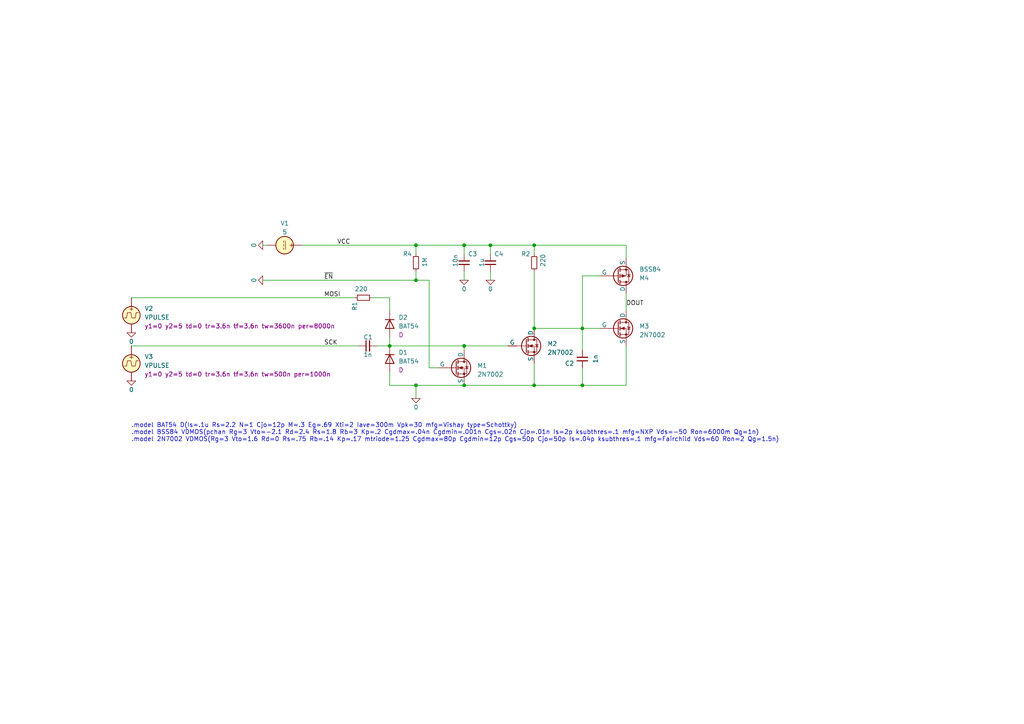
<source format=kicad_sch>
(kicad_sch (version 20230121) (generator eeschema)

  (uuid 377983d9-116d-4cab-9ad7-e1479f3ded0c)

  (paper "A4")

  (lib_symbols
    (symbol "Device:C_Small" (pin_numbers hide) (pin_names (offset 0.254) hide) (in_bom yes) (on_board yes)
      (property "Reference" "C" (at 0.254 1.778 0)
        (effects (font (size 1.27 1.27)) (justify left))
      )
      (property "Value" "C_Small" (at 0.254 -2.032 0)
        (effects (font (size 1.27 1.27)) (justify left))
      )
      (property "Footprint" "" (at 0 0 0)
        (effects (font (size 1.27 1.27)) hide)
      )
      (property "Datasheet" "~" (at 0 0 0)
        (effects (font (size 1.27 1.27)) hide)
      )
      (property "ki_keywords" "capacitor cap" (at 0 0 0)
        (effects (font (size 1.27 1.27)) hide)
      )
      (property "ki_description" "Unpolarized capacitor, small symbol" (at 0 0 0)
        (effects (font (size 1.27 1.27)) hide)
      )
      (property "ki_fp_filters" "C_*" (at 0 0 0)
        (effects (font (size 1.27 1.27)) hide)
      )
      (symbol "C_Small_0_1"
        (polyline
          (pts
            (xy -1.524 -0.508)
            (xy 1.524 -0.508)
          )
          (stroke (width 0.3302) (type default))
          (fill (type none))
        )
        (polyline
          (pts
            (xy -1.524 0.508)
            (xy 1.524 0.508)
          )
          (stroke (width 0.3048) (type default))
          (fill (type none))
        )
      )
      (symbol "C_Small_1_1"
        (pin passive line (at 0 2.54 270) (length 2.032)
          (name "~" (effects (font (size 1.27 1.27))))
          (number "1" (effects (font (size 1.27 1.27))))
        )
        (pin passive line (at 0 -2.54 90) (length 2.032)
          (name "~" (effects (font (size 1.27 1.27))))
          (number "2" (effects (font (size 1.27 1.27))))
        )
      )
    )
    (symbol "Device:R_Small" (pin_numbers hide) (pin_names (offset 0.254) hide) (in_bom yes) (on_board yes)
      (property "Reference" "R" (at 0.762 0.508 0)
        (effects (font (size 1.27 1.27)) (justify left))
      )
      (property "Value" "R_Small" (at 0.762 -1.016 0)
        (effects (font (size 1.27 1.27)) (justify left))
      )
      (property "Footprint" "" (at 0 0 0)
        (effects (font (size 1.27 1.27)) hide)
      )
      (property "Datasheet" "~" (at 0 0 0)
        (effects (font (size 1.27 1.27)) hide)
      )
      (property "ki_keywords" "R resistor" (at 0 0 0)
        (effects (font (size 1.27 1.27)) hide)
      )
      (property "ki_description" "Resistor, small symbol" (at 0 0 0)
        (effects (font (size 1.27 1.27)) hide)
      )
      (property "ki_fp_filters" "R_*" (at 0 0 0)
        (effects (font (size 1.27 1.27)) hide)
      )
      (symbol "R_Small_0_1"
        (rectangle (start -0.762 1.778) (end 0.762 -1.778)
          (stroke (width 0.2032) (type default))
          (fill (type none))
        )
      )
      (symbol "R_Small_1_1"
        (pin passive line (at 0 2.54 270) (length 0.762)
          (name "~" (effects (font (size 1.27 1.27))))
          (number "1" (effects (font (size 1.27 1.27))))
        )
        (pin passive line (at 0 -2.54 90) (length 0.762)
          (name "~" (effects (font (size 1.27 1.27))))
          (number "2" (effects (font (size 1.27 1.27))))
        )
      )
    )
    (symbol "Simulation_SPICE:0" (power) (pin_names (offset 0)) (in_bom yes) (on_board yes)
      (property "Reference" "#GND" (at 0 -2.54 0)
        (effects (font (size 1.27 1.27)) hide)
      )
      (property "Value" "0" (at 0 -1.778 0)
        (effects (font (size 1.27 1.27)))
      )
      (property "Footprint" "" (at 0 0 0)
        (effects (font (size 1.27 1.27)) hide)
      )
      (property "Datasheet" "~" (at 0 0 0)
        (effects (font (size 1.27 1.27)) hide)
      )
      (property "ki_keywords" "simulation" (at 0 0 0)
        (effects (font (size 1.27 1.27)) hide)
      )
      (property "ki_description" "0V reference potential for simulation" (at 0 0 0)
        (effects (font (size 1.27 1.27)) hide)
      )
      (symbol "0_0_1"
        (polyline
          (pts
            (xy -1.27 0)
            (xy 0 -1.27)
            (xy 1.27 0)
            (xy -1.27 0)
          )
          (stroke (width 0) (type default))
          (fill (type none))
        )
      )
      (symbol "0_1_1"
        (pin power_in line (at 0 0 0) (length 0) hide
          (name "0" (effects (font (size 1.016 1.016))))
          (number "1" (effects (font (size 1.016 1.016))))
        )
      )
    )
    (symbol "Simulation_SPICE:D" (pin_numbers hide) (pin_names (offset 1.016) hide) (in_bom yes) (on_board yes)
      (property "Reference" "D" (at 0 2.54 0)
        (effects (font (size 1.27 1.27)))
      )
      (property "Value" "D" (at 0 -2.54 0)
        (effects (font (size 1.27 1.27)))
      )
      (property "Footprint" "" (at 0 0 0)
        (effects (font (size 1.27 1.27)) hide)
      )
      (property "Datasheet" "~" (at 0 0 0)
        (effects (font (size 1.27 1.27)) hide)
      )
      (property "Sim.Device" "D" (at 0 0 0)
        (effects (font (size 1.27 1.27)))
      )
      (property "Sim.Pins" "1=K 2=A" (at 0 0 0)
        (effects (font (size 1.27 1.27)))
      )
      (property "ki_keywords" "simulation" (at 0 0 0)
        (effects (font (size 1.27 1.27)) hide)
      )
      (property "ki_description" "Diode for simulation or PCB" (at 0 0 0)
        (effects (font (size 1.27 1.27)) hide)
      )
      (property "ki_fp_filters" "TO-???* *_Diode_* *SingleDiode* D_*" (at 0 0 0)
        (effects (font (size 1.27 1.27)) hide)
      )
      (symbol "D_0_1"
        (polyline
          (pts
            (xy -1.27 1.27)
            (xy -1.27 -1.27)
          )
          (stroke (width 0.254) (type default))
          (fill (type none))
        )
        (polyline
          (pts
            (xy 1.27 0)
            (xy -1.27 0)
          )
          (stroke (width 0) (type default))
          (fill (type none))
        )
        (polyline
          (pts
            (xy 1.27 1.27)
            (xy 1.27 -1.27)
            (xy -1.27 0)
            (xy 1.27 1.27)
          )
          (stroke (width 0.254) (type default))
          (fill (type none))
        )
      )
      (symbol "D_1_1"
        (pin passive line (at -3.81 0 0) (length 2.54)
          (name "K" (effects (font (size 1.27 1.27))))
          (number "1" (effects (font (size 1.27 1.27))))
        )
        (pin passive line (at 3.81 0 180) (length 2.54)
          (name "A" (effects (font (size 1.27 1.27))))
          (number "2" (effects (font (size 1.27 1.27))))
        )
      )
    )
    (symbol "Simulation_SPICE:NMOS" (pin_numbers hide) (pin_names (offset 0)) (in_bom yes) (on_board yes)
      (property "Reference" "Q" (at 5.08 1.27 0)
        (effects (font (size 1.27 1.27)) (justify left))
      )
      (property "Value" "NMOS" (at 5.08 -1.27 0)
        (effects (font (size 1.27 1.27)) (justify left))
      )
      (property "Footprint" "" (at 5.08 2.54 0)
        (effects (font (size 1.27 1.27)) hide)
      )
      (property "Datasheet" "https://ngspice.sourceforge.io/docs/ngspice-manual.pdf" (at 0 -12.7 0)
        (effects (font (size 1.27 1.27)) hide)
      )
      (property "Sim.Device" "NMOS" (at 0 -17.145 0)
        (effects (font (size 1.27 1.27)) hide)
      )
      (property "Sim.Type" "VDMOS" (at 0 -19.05 0)
        (effects (font (size 1.27 1.27)) hide)
      )
      (property "Sim.Pins" "1=D 2=G 3=S" (at 0 -15.24 0)
        (effects (font (size 1.27 1.27)) hide)
      )
      (property "ki_keywords" "transistor NMOS N-MOS N-MOSFET simulation" (at 0 0 0)
        (effects (font (size 1.27 1.27)) hide)
      )
      (property "ki_description" "N-MOSFET transistor, drain/source/gate" (at 0 0 0)
        (effects (font (size 1.27 1.27)) hide)
      )
      (symbol "NMOS_0_1"
        (polyline
          (pts
            (xy 0.254 0)
            (xy -2.54 0)
          )
          (stroke (width 0) (type default))
          (fill (type none))
        )
        (polyline
          (pts
            (xy 0.254 1.905)
            (xy 0.254 -1.905)
          )
          (stroke (width 0.254) (type default))
          (fill (type none))
        )
        (polyline
          (pts
            (xy 0.762 -1.27)
            (xy 0.762 -2.286)
          )
          (stroke (width 0.254) (type default))
          (fill (type none))
        )
        (polyline
          (pts
            (xy 0.762 0.508)
            (xy 0.762 -0.508)
          )
          (stroke (width 0.254) (type default))
          (fill (type none))
        )
        (polyline
          (pts
            (xy 0.762 2.286)
            (xy 0.762 1.27)
          )
          (stroke (width 0.254) (type default))
          (fill (type none))
        )
        (polyline
          (pts
            (xy 2.54 2.54)
            (xy 2.54 1.778)
          )
          (stroke (width 0) (type default))
          (fill (type none))
        )
        (polyline
          (pts
            (xy 2.54 -2.54)
            (xy 2.54 0)
            (xy 0.762 0)
          )
          (stroke (width 0) (type default))
          (fill (type none))
        )
        (polyline
          (pts
            (xy 0.762 -1.778)
            (xy 3.302 -1.778)
            (xy 3.302 1.778)
            (xy 0.762 1.778)
          )
          (stroke (width 0) (type default))
          (fill (type none))
        )
        (polyline
          (pts
            (xy 1.016 0)
            (xy 2.032 0.381)
            (xy 2.032 -0.381)
            (xy 1.016 0)
          )
          (stroke (width 0) (type default))
          (fill (type outline))
        )
        (polyline
          (pts
            (xy 2.794 0.508)
            (xy 2.921 0.381)
            (xy 3.683 0.381)
            (xy 3.81 0.254)
          )
          (stroke (width 0) (type default))
          (fill (type none))
        )
        (polyline
          (pts
            (xy 3.302 0.381)
            (xy 2.921 -0.254)
            (xy 3.683 -0.254)
            (xy 3.302 0.381)
          )
          (stroke (width 0) (type default))
          (fill (type none))
        )
        (circle (center 1.651 0) (radius 2.794)
          (stroke (width 0.254) (type default))
          (fill (type none))
        )
        (circle (center 2.54 -1.778) (radius 0.254)
          (stroke (width 0) (type default))
          (fill (type outline))
        )
        (circle (center 2.54 1.778) (radius 0.254)
          (stroke (width 0) (type default))
          (fill (type outline))
        )
      )
      (symbol "NMOS_1_1"
        (pin passive line (at 2.54 5.08 270) (length 2.54)
          (name "D" (effects (font (size 1.27 1.27))))
          (number "1" (effects (font (size 1.27 1.27))))
        )
        (pin input line (at -5.08 0 0) (length 2.54)
          (name "G" (effects (font (size 1.27 1.27))))
          (number "2" (effects (font (size 1.27 1.27))))
        )
        (pin passive line (at 2.54 -5.08 90) (length 2.54)
          (name "S" (effects (font (size 1.27 1.27))))
          (number "3" (effects (font (size 1.27 1.27))))
        )
      )
    )
    (symbol "Simulation_SPICE:PMOS" (pin_numbers hide) (pin_names (offset 0)) (in_bom yes) (on_board yes)
      (property "Reference" "Q" (at 5.08 1.27 0)
        (effects (font (size 1.27 1.27)) (justify left))
      )
      (property "Value" "PMOS" (at 5.08 -1.27 0)
        (effects (font (size 1.27 1.27)) (justify left))
      )
      (property "Footprint" "" (at 5.08 2.54 0)
        (effects (font (size 1.27 1.27)) hide)
      )
      (property "Datasheet" "https://ngspice.sourceforge.io/docs/ngspice-manual.pdf" (at 0 -12.7 0)
        (effects (font (size 1.27 1.27)) hide)
      )
      (property "Sim.Device" "PMOS" (at 0 -17.145 0)
        (effects (font (size 1.27 1.27)) hide)
      )
      (property "Sim.Type" "VDMOS" (at 0 -19.05 0)
        (effects (font (size 1.27 1.27)) hide)
      )
      (property "Sim.Pins" "1=D 2=G 3=S" (at 0 -15.24 0)
        (effects (font (size 1.27 1.27)) hide)
      )
      (property "ki_keywords" "transistor PMOS P-MOS P-MOSFET simulation" (at 0 0 0)
        (effects (font (size 1.27 1.27)) hide)
      )
      (property "ki_description" "P-MOSFET transistor, drain/source/gate" (at 0 0 0)
        (effects (font (size 1.27 1.27)) hide)
      )
      (symbol "PMOS_0_1"
        (polyline
          (pts
            (xy 0.254 0)
            (xy -2.54 0)
          )
          (stroke (width 0) (type default))
          (fill (type none))
        )
        (polyline
          (pts
            (xy 0.254 1.905)
            (xy 0.254 -1.905)
          )
          (stroke (width 0.254) (type default))
          (fill (type none))
        )
        (polyline
          (pts
            (xy 0.762 -1.27)
            (xy 0.762 -2.286)
          )
          (stroke (width 0.254) (type default))
          (fill (type none))
        )
        (polyline
          (pts
            (xy 0.762 0.508)
            (xy 0.762 -0.508)
          )
          (stroke (width 0.254) (type default))
          (fill (type none))
        )
        (polyline
          (pts
            (xy 0.762 2.286)
            (xy 0.762 1.27)
          )
          (stroke (width 0.254) (type default))
          (fill (type none))
        )
        (polyline
          (pts
            (xy 2.54 2.54)
            (xy 2.54 1.778)
          )
          (stroke (width 0) (type default))
          (fill (type none))
        )
        (polyline
          (pts
            (xy 2.54 -2.54)
            (xy 2.54 0)
            (xy 0.762 0)
          )
          (stroke (width 0) (type default))
          (fill (type none))
        )
        (polyline
          (pts
            (xy 0.762 1.778)
            (xy 3.302 1.778)
            (xy 3.302 -1.778)
            (xy 0.762 -1.778)
          )
          (stroke (width 0) (type default))
          (fill (type none))
        )
        (polyline
          (pts
            (xy 2.286 0)
            (xy 1.27 0.381)
            (xy 1.27 -0.381)
            (xy 2.286 0)
          )
          (stroke (width 0) (type default))
          (fill (type outline))
        )
        (polyline
          (pts
            (xy 2.794 -0.508)
            (xy 2.921 -0.381)
            (xy 3.683 -0.381)
            (xy 3.81 -0.254)
          )
          (stroke (width 0) (type default))
          (fill (type none))
        )
        (polyline
          (pts
            (xy 3.302 -0.381)
            (xy 2.921 0.254)
            (xy 3.683 0.254)
            (xy 3.302 -0.381)
          )
          (stroke (width 0) (type default))
          (fill (type none))
        )
        (circle (center 1.651 0) (radius 2.794)
          (stroke (width 0.254) (type default))
          (fill (type none))
        )
        (circle (center 2.54 -1.778) (radius 0.254)
          (stroke (width 0) (type default))
          (fill (type outline))
        )
        (circle (center 2.54 1.778) (radius 0.254)
          (stroke (width 0) (type default))
          (fill (type outline))
        )
      )
      (symbol "PMOS_1_1"
        (pin passive line (at 2.54 5.08 270) (length 2.54)
          (name "D" (effects (font (size 1.27 1.27))))
          (number "1" (effects (font (size 1.27 1.27))))
        )
        (pin input line (at -5.08 0 0) (length 2.54)
          (name "G" (effects (font (size 1.27 1.27))))
          (number "2" (effects (font (size 1.27 1.27))))
        )
        (pin passive line (at 2.54 -5.08 90) (length 2.54)
          (name "S" (effects (font (size 1.27 1.27))))
          (number "3" (effects (font (size 1.27 1.27))))
        )
      )
    )
    (symbol "Simulation_SPICE:VDC" (pin_numbers hide) (pin_names (offset 0.0254)) (in_bom yes) (on_board yes)
      (property "Reference" "V" (at 2.54 2.54 0)
        (effects (font (size 1.27 1.27)) (justify left))
      )
      (property "Value" "1" (at 2.54 0 0)
        (effects (font (size 1.27 1.27)) (justify left))
      )
      (property "Footprint" "" (at 0 0 0)
        (effects (font (size 1.27 1.27)) hide)
      )
      (property "Datasheet" "~" (at 0 0 0)
        (effects (font (size 1.27 1.27)) hide)
      )
      (property "Sim.Pins" "1=+ 2=-" (at 0 0 0)
        (effects (font (size 1.27 1.27)) hide)
      )
      (property "Sim.Type" "DC" (at 0 0 0)
        (effects (font (size 1.27 1.27)) hide)
      )
      (property "Sim.Device" "V" (at 0 0 0)
        (effects (font (size 1.27 1.27)) (justify left) hide)
      )
      (property "ki_keywords" "simulation" (at 0 0 0)
        (effects (font (size 1.27 1.27)) hide)
      )
      (property "ki_description" "Voltage source, DC" (at 0 0 0)
        (effects (font (size 1.27 1.27)) hide)
      )
      (symbol "VDC_0_0"
        (polyline
          (pts
            (xy -1.27 0.254)
            (xy 1.27 0.254)
          )
          (stroke (width 0) (type default))
          (fill (type none))
        )
        (polyline
          (pts
            (xy -0.762 -0.254)
            (xy -1.27 -0.254)
          )
          (stroke (width 0) (type default))
          (fill (type none))
        )
        (polyline
          (pts
            (xy 0.254 -0.254)
            (xy -0.254 -0.254)
          )
          (stroke (width 0) (type default))
          (fill (type none))
        )
        (polyline
          (pts
            (xy 1.27 -0.254)
            (xy 0.762 -0.254)
          )
          (stroke (width 0) (type default))
          (fill (type none))
        )
        (text "+" (at 0 1.905 0)
          (effects (font (size 1.27 1.27)))
        )
      )
      (symbol "VDC_0_1"
        (circle (center 0 0) (radius 2.54)
          (stroke (width 0.254) (type default))
          (fill (type background))
        )
      )
      (symbol "VDC_1_1"
        (pin passive line (at 0 5.08 270) (length 2.54)
          (name "~" (effects (font (size 1.27 1.27))))
          (number "1" (effects (font (size 1.27 1.27))))
        )
        (pin passive line (at 0 -5.08 90) (length 2.54)
          (name "~" (effects (font (size 1.27 1.27))))
          (number "2" (effects (font (size 1.27 1.27))))
        )
      )
    )
    (symbol "Simulation_SPICE:VPULSE" (pin_numbers hide) (pin_names (offset 0.0254)) (in_bom yes) (on_board yes)
      (property "Reference" "V" (at 2.54 2.54 0)
        (effects (font (size 1.27 1.27)) (justify left))
      )
      (property "Value" "VPULSE" (at 2.54 0 0)
        (effects (font (size 1.27 1.27)) (justify left))
      )
      (property "Footprint" "" (at 0 0 0)
        (effects (font (size 1.27 1.27)) hide)
      )
      (property "Datasheet" "~" (at 0 0 0)
        (effects (font (size 1.27 1.27)) hide)
      )
      (property "Sim.Pins" "1=+ 2=-" (at 0 0 0)
        (effects (font (size 1.27 1.27)) hide)
      )
      (property "Sim.Type" "PULSE" (at 0 0 0)
        (effects (font (size 1.27 1.27)) hide)
      )
      (property "Sim.Device" "V" (at 0 0 0)
        (effects (font (size 1.27 1.27)) (justify left) hide)
      )
      (property "Sim.Params" "y1=0 y2=1 td=2n tr=2n tf=2n tw=50n per=100n" (at 2.54 -2.54 0)
        (effects (font (size 1.27 1.27)) (justify left))
      )
      (property "ki_keywords" "simulation" (at 0 0 0)
        (effects (font (size 1.27 1.27)) hide)
      )
      (property "ki_description" "Voltage source, pulse" (at 0 0 0)
        (effects (font (size 1.27 1.27)) hide)
      )
      (symbol "VPULSE_0_0"
        (polyline
          (pts
            (xy -2.032 -0.762)
            (xy -1.397 -0.762)
            (xy -1.143 0.762)
            (xy -0.127 0.762)
            (xy 0.127 -0.762)
            (xy 1.143 -0.762)
            (xy 1.397 0.762)
            (xy 2.032 0.762)
          )
          (stroke (width 0) (type default))
          (fill (type none))
        )
        (text "+" (at 0 1.905 0)
          (effects (font (size 1.27 1.27)))
        )
      )
      (symbol "VPULSE_0_1"
        (circle (center 0 0) (radius 2.54)
          (stroke (width 0.254) (type default))
          (fill (type background))
        )
      )
      (symbol "VPULSE_1_1"
        (pin passive line (at 0 5.08 270) (length 2.54)
          (name "~" (effects (font (size 1.27 1.27))))
          (number "1" (effects (font (size 1.27 1.27))))
        )
        (pin passive line (at 0 -5.08 90) (length 2.54)
          (name "~" (effects (font (size 1.27 1.27))))
          (number "2" (effects (font (size 1.27 1.27))))
        )
      )
    )
  )

  (junction (at 113.03 100.33) (diameter 0) (color 0 0 0 0)
    (uuid 299ff82a-fa25-4666-852e-041a60360b78)
  )
  (junction (at 154.94 111.76) (diameter 0) (color 0 0 0 0)
    (uuid 40631fc4-cec4-4a7a-94a2-946569e4db7f)
  )
  (junction (at 120.65 81.28) (diameter 0) (color 0 0 0 0)
    (uuid 42b0b7eb-4e4d-43fd-a548-07a0ad52d0b4)
  )
  (junction (at 134.62 111.76) (diameter 0) (color 0 0 0 0)
    (uuid 4a8c29ca-af9d-4b2e-8b86-073126799fc3)
  )
  (junction (at 134.62 100.33) (diameter 0) (color 0 0 0 0)
    (uuid 6b0b6831-41f9-4c48-b57c-102ecdfb183a)
  )
  (junction (at 120.65 111.76) (diameter 0) (color 0 0 0 0)
    (uuid 6b1cc7d7-c485-44cd-b1f2-b7f16549d304)
  )
  (junction (at 154.94 71.12) (diameter 0) (color 0 0 0 0)
    (uuid 7ee929d3-a87c-4f55-8ae2-e52decd522f3)
  )
  (junction (at 134.62 71.12) (diameter 0) (color 0 0 0 0)
    (uuid 82699bf2-7309-4a3c-9afa-b682351868a7)
  )
  (junction (at 168.91 111.76) (diameter 0) (color 0 0 0 0)
    (uuid 911521b9-ef72-43e2-a949-f12832a33164)
  )
  (junction (at 142.24 71.12) (diameter 0) (color 0 0 0 0)
    (uuid 9904834e-29a8-413b-b16a-3cedb9f70c21)
  )
  (junction (at 168.91 95.25) (diameter 0) (color 0 0 0 0)
    (uuid dadbc75f-6f08-42a7-84a6-8d66f8c689a9)
  )
  (junction (at 154.94 95.25) (diameter 0) (color 0 0 0 0)
    (uuid dca8c739-2a94-42da-9590-f5bf7f5d6d8e)
  )
  (junction (at 120.65 71.12) (diameter 0) (color 0 0 0 0)
    (uuid f5cc10b0-21c9-4911-a8e8-b82b6ec5741c)
  )

  (wire (pts (xy 168.91 101.6) (xy 168.91 95.25))
    (stroke (width 0) (type default))
    (uuid 133785f7-e389-4fee-ab5f-cab2079dca39)
  )
  (wire (pts (xy 168.91 95.25) (xy 154.94 95.25))
    (stroke (width 0) (type default))
    (uuid 16c9ac85-1a47-4589-93d8-7683fb12e723)
  )
  (wire (pts (xy 142.24 78.74) (xy 142.24 81.28))
    (stroke (width 0) (type default))
    (uuid 16db89fe-85b0-4b50-81ec-c41dbf2de0ae)
  )
  (wire (pts (xy 120.65 78.74) (xy 120.65 81.28))
    (stroke (width 0) (type default))
    (uuid 1e9107c9-621b-49e9-938b-90568a19a470)
  )
  (wire (pts (xy 142.24 73.66) (xy 142.24 71.12))
    (stroke (width 0) (type default))
    (uuid 29f06ac6-0416-4f71-995b-00fc63ad77aa)
  )
  (wire (pts (xy 113.03 97.79) (xy 113.03 100.33))
    (stroke (width 0) (type default))
    (uuid 2c252c42-175d-4fbc-b29a-89aee602532d)
  )
  (wire (pts (xy 127 106.68) (xy 124.46 106.68))
    (stroke (width 0) (type default))
    (uuid 40908777-9d20-494c-8361-ebb954d3cd54)
  )
  (wire (pts (xy 181.61 85.09) (xy 181.61 90.17))
    (stroke (width 0) (type default))
    (uuid 434d4560-4d64-43b8-a7f4-879e57aa3f85)
  )
  (wire (pts (xy 107.95 86.36) (xy 113.03 86.36))
    (stroke (width 0) (type default))
    (uuid 493f1e9b-d5c7-49d9-9453-4ef44eaf8553)
  )
  (wire (pts (xy 120.65 73.66) (xy 120.65 71.12))
    (stroke (width 0) (type default))
    (uuid 4dd285a1-deaf-4752-b718-02906496ebe9)
  )
  (wire (pts (xy 38.1 86.36) (xy 102.87 86.36))
    (stroke (width 0) (type default))
    (uuid 4eb18c17-fbe7-4266-b805-1917b420cd5c)
  )
  (wire (pts (xy 113.03 100.33) (xy 134.62 100.33))
    (stroke (width 0) (type default))
    (uuid 584a663b-fadf-4217-889c-e55d01e94d4c)
  )
  (wire (pts (xy 168.91 80.01) (xy 168.91 95.25))
    (stroke (width 0) (type default))
    (uuid 632704d5-bc53-40ec-89e2-2881029ae200)
  )
  (wire (pts (xy 124.46 81.28) (xy 120.65 81.28))
    (stroke (width 0) (type default))
    (uuid 669ca489-c462-4ade-8608-4e86b751269b)
  )
  (wire (pts (xy 76.2 81.28) (xy 120.65 81.28))
    (stroke (width 0) (type default))
    (uuid 674f23db-aac4-46c7-9bd2-740ebea8bc4f)
  )
  (wire (pts (xy 120.65 71.12) (xy 134.62 71.12))
    (stroke (width 0) (type default))
    (uuid 6a539567-1beb-44a4-ba1d-f38dd834f3f0)
  )
  (wire (pts (xy 154.94 78.74) (xy 154.94 95.25))
    (stroke (width 0) (type default))
    (uuid 78a78540-d2ba-4f6c-9652-f6499ef878ac)
  )
  (wire (pts (xy 124.46 81.28) (xy 124.46 106.68))
    (stroke (width 0) (type default))
    (uuid 7a46d00c-d5e5-4aa2-b1f2-c1b67cfb6b4c)
  )
  (wire (pts (xy 134.62 100.33) (xy 134.62 101.6))
    (stroke (width 0) (type default))
    (uuid 7e74d477-5932-49ca-b49c-160efb357552)
  )
  (wire (pts (xy 181.61 100.33) (xy 181.61 111.76))
    (stroke (width 0) (type default))
    (uuid 8068d49a-fb7c-4cc2-a3a0-20b91b8ff71d)
  )
  (wire (pts (xy 134.62 111.76) (xy 154.94 111.76))
    (stroke (width 0) (type default))
    (uuid 85a388d7-01a6-447f-944d-cb3207642f4a)
  )
  (wire (pts (xy 76.2 71.12) (xy 77.47 71.12))
    (stroke (width 0) (type default))
    (uuid 9031eb91-f831-4399-b404-f55ff73303a5)
  )
  (wire (pts (xy 168.91 106.68) (xy 168.91 111.76))
    (stroke (width 0) (type default))
    (uuid 94591b6c-c6ad-49be-a397-cc15363d2fa1)
  )
  (wire (pts (xy 113.03 86.36) (xy 113.03 90.17))
    (stroke (width 0) (type default))
    (uuid 97ec433e-f532-41b9-9843-8555c5e6ff99)
  )
  (wire (pts (xy 173.99 80.01) (xy 168.91 80.01))
    (stroke (width 0) (type default))
    (uuid 9e82a384-68ac-4687-8de4-4df144c5a059)
  )
  (wire (pts (xy 109.22 100.33) (xy 113.03 100.33))
    (stroke (width 0) (type default))
    (uuid a3d9be62-d9a1-4100-8b70-ba1d3f9b2ca3)
  )
  (wire (pts (xy 173.99 95.25) (xy 168.91 95.25))
    (stroke (width 0) (type default))
    (uuid a45d0952-456d-4f96-b8ec-632c7a63a034)
  )
  (wire (pts (xy 120.65 111.76) (xy 134.62 111.76))
    (stroke (width 0) (type default))
    (uuid a863043f-2f16-4155-a572-6ca5bde4f433)
  )
  (wire (pts (xy 168.91 111.76) (xy 181.61 111.76))
    (stroke (width 0) (type default))
    (uuid ac7c4d08-9263-4b57-a6bb-7aa3a8032c45)
  )
  (wire (pts (xy 142.24 71.12) (xy 154.94 71.12))
    (stroke (width 0) (type default))
    (uuid b11e4aab-2df7-4983-836a-bfef91597be9)
  )
  (wire (pts (xy 181.61 74.93) (xy 181.61 71.12))
    (stroke (width 0) (type default))
    (uuid b6482258-0baa-435d-925a-87cfe4df5726)
  )
  (wire (pts (xy 87.63 71.12) (xy 120.65 71.12))
    (stroke (width 0) (type default))
    (uuid ba8127e9-023d-4a12-8151-ab873e4d6c80)
  )
  (wire (pts (xy 154.94 105.41) (xy 154.94 111.76))
    (stroke (width 0) (type default))
    (uuid c17c476c-4c27-447f-93ce-c08c73b9280a)
  )
  (wire (pts (xy 154.94 73.66) (xy 154.94 71.12))
    (stroke (width 0) (type default))
    (uuid c4f2b362-8738-4842-a4d3-51aa0f92d3ca)
  )
  (wire (pts (xy 134.62 73.66) (xy 134.62 71.12))
    (stroke (width 0) (type default))
    (uuid cc6e3e12-2ea7-452d-8568-9d437e4a928b)
  )
  (wire (pts (xy 38.1 100.33) (xy 104.14 100.33))
    (stroke (width 0) (type default))
    (uuid cf010156-533c-4be9-ae7a-95b4c3c51ede)
  )
  (wire (pts (xy 113.03 111.76) (xy 120.65 111.76))
    (stroke (width 0) (type default))
    (uuid d574f143-4d77-48c2-87e8-bb7ffcdc74bd)
  )
  (wire (pts (xy 142.24 71.12) (xy 134.62 71.12))
    (stroke (width 0) (type default))
    (uuid d96f2f98-3bdc-44ef-bf14-7ce15d1416c8)
  )
  (wire (pts (xy 147.32 100.33) (xy 134.62 100.33))
    (stroke (width 0) (type default))
    (uuid dadf5cd5-edea-4900-8d93-255e5cbb5d2d)
  )
  (wire (pts (xy 120.65 111.76) (xy 120.65 115.57))
    (stroke (width 0) (type default))
    (uuid dd78f865-29a1-4a5c-902f-db0a5162a50b)
  )
  (wire (pts (xy 113.03 107.95) (xy 113.03 111.76))
    (stroke (width 0) (type default))
    (uuid ddc217aa-4a0c-4920-a1a8-c42df4957da6)
  )
  (wire (pts (xy 134.62 78.74) (xy 134.62 81.28))
    (stroke (width 0) (type default))
    (uuid df9c2d00-dadd-4fa5-8d96-b0dfbed547bb)
  )
  (wire (pts (xy 154.94 111.76) (xy 168.91 111.76))
    (stroke (width 0) (type default))
    (uuid e0edc5ca-e9d5-4dd2-aeae-c8b0c97202f5)
  )
  (wire (pts (xy 154.94 71.12) (xy 181.61 71.12))
    (stroke (width 0) (type default))
    (uuid f4296fc6-a522-43a5-a257-c56aa1c3c63f)
  )

  (text ".model BAT54 D(Is=.1u Rs=2.2 N=1 Cjo=12p M=.3 Eg=.69 Xti=2 Iave=300m Vpk=30 mfg=Vishay type=Schottky)\n.model BSS84 VDMOS(pchan Rg=3 Vto=-2.1 Rd=2.4 Rs=1.8 Rb=3 Kp=.2 Cgdmax=.04n Cgdmin=.001n Cgs=.02n Cjo=.01n Is=2p ksubthres=.1 mfg=NXP Vds=-50 Ron=6000m Qg=1n)\n.model 2N7002 VDMOS(Rg=3 Vto=1.6 Rd=0 Rs=.75 Rb=.14 Kp=.17 mtriode=1.25 Cgdmax=80p Cgdmin=12p Cgs=50p Cjo=50p Is=.04p ksubthres=.1 mfg=Fairchild Vds=60 Ron=2 Qg=1.5n)"
    (at 38.1 128.27 0)
    (effects (font (size 1.27 1.27)) (justify left bottom))
    (uuid aa17e466-07b0-402d-b2ab-8fb32777a68d)
  )

  (label "SCK" (at 93.98 100.33 0) (fields_autoplaced)
    (effects (font (size 1.27 1.27)) (justify left bottom))
    (uuid 5db8a0e4-58f0-400e-b122-93bc9e50f619)
  )
  (label "MOSI" (at 93.98 86.36 0) (fields_autoplaced)
    (effects (font (size 1.27 1.27)) (justify left bottom))
    (uuid 8469515d-a53d-4a52-bdb6-992f374a627f)
  )
  (label "DOUT" (at 181.61 88.9 0) (fields_autoplaced)
    (effects (font (size 1.27 1.27)) (justify left bottom))
    (uuid d4436ad9-bb49-49d9-98e4-b25a41c9c2e8)
  )
  (label "VCC" (at 97.79 71.12 0) (fields_autoplaced)
    (effects (font (size 1.27 1.27)) (justify left bottom))
    (uuid fb43f2ec-d816-417a-b9c4-42de7878f2c6)
  )
  (label "~{EN}" (at 93.98 81.28 0) (fields_autoplaced)
    (effects (font (size 1.27 1.27)) (justify left bottom))
    (uuid ff1e444f-94bb-4950-8ff8-bf11dd2a8937)
  )

  (symbol (lib_id "Simulation_SPICE:VPULSE") (at 38.1 91.44 0) (unit 1)
    (in_bom yes) (on_board yes) (dnp no) (fields_autoplaced)
    (uuid 00395955-2454-4e7f-a3da-3a0f792c8feb)
    (property "Reference" "V2" (at 41.91 89.4992 0)
      (effects (font (size 1.27 1.27)) (justify left))
    )
    (property "Value" "VPULSE" (at 41.91 92.0392 0)
      (effects (font (size 1.27 1.27)) (justify left))
    )
    (property "Footprint" "" (at 38.1 91.44 0)
      (effects (font (size 1.27 1.27)) hide)
    )
    (property "Datasheet" "~" (at 38.1 91.44 0)
      (effects (font (size 1.27 1.27)) hide)
    )
    (property "Sim.Pins" "1=+ 2=-" (at 38.1 91.44 0)
      (effects (font (size 1.27 1.27)) hide)
    )
    (property "Sim.Type" "PULSE" (at 38.1 91.44 0)
      (effects (font (size 1.27 1.27)) hide)
    )
    (property "Sim.Device" "V" (at 38.1 91.44 0)
      (effects (font (size 1.27 1.27)) (justify left) hide)
    )
    (property "Sim.Params" "y1=0 y2=5 td=0 tr=3.6n tf=3.6n tw=3600n per=8000n" (at 41.91 94.5792 0)
      (effects (font (size 1.27 1.27)) (justify left))
    )
    (pin "1" (uuid 521cceda-34c6-475c-ba0f-a57b6e14dfbe))
    (pin "2" (uuid b27c6ac9-aa9e-4b77-aa7a-9827b6c3814f))
    (instances
      (project "SPIWS2812_simu"
        (path "/377983d9-116d-4cab-9ad7-e1479f3ded0c"
          (reference "V2") (unit 1)
        )
      )
    )
  )

  (symbol (lib_id "Simulation_SPICE:0") (at 76.2 71.12 270) (unit 1)
    (in_bom yes) (on_board yes) (dnp no)
    (uuid 16ef5f60-67fa-4b62-9bf9-0945a8f97e2c)
    (property "Reference" "#GND01" (at 73.66 71.12 0)
      (effects (font (size 1.27 1.27)) hide)
    )
    (property "Value" "0" (at 73.66 71.12 0)
      (effects (font (size 1.27 1.27)))
    )
    (property "Footprint" "" (at 76.2 71.12 0)
      (effects (font (size 1.27 1.27)) hide)
    )
    (property "Datasheet" "~" (at 76.2 71.12 0)
      (effects (font (size 1.27 1.27)) hide)
    )
    (pin "1" (uuid 77c6add4-6fa8-4075-a03f-defe41114b10))
    (instances
      (project "SPIWS2812_simu"
        (path "/377983d9-116d-4cab-9ad7-e1479f3ded0c"
          (reference "#GND01") (unit 1)
        )
      )
    )
  )

  (symbol (lib_id "Simulation_SPICE:0") (at 76.2 81.28 270) (unit 1)
    (in_bom yes) (on_board yes) (dnp no)
    (uuid 1893b4c3-7e17-4fbf-83ff-ff63de28bc61)
    (property "Reference" "#GND04" (at 73.66 81.28 0)
      (effects (font (size 1.27 1.27)) hide)
    )
    (property "Value" "0" (at 73.66 81.28 0)
      (effects (font (size 1.27 1.27)))
    )
    (property "Footprint" "" (at 76.2 81.28 0)
      (effects (font (size 1.27 1.27)) hide)
    )
    (property "Datasheet" "~" (at 76.2 81.28 0)
      (effects (font (size 1.27 1.27)) hide)
    )
    (pin "1" (uuid 587e801d-68fd-479b-ab56-d542527baaad))
    (instances
      (project "SPIWS2812_simu"
        (path "/377983d9-116d-4cab-9ad7-e1479f3ded0c"
          (reference "#GND04") (unit 1)
        )
      )
    )
  )

  (symbol (lib_id "Simulation_SPICE:NMOS") (at 132.08 106.68 0) (unit 1)
    (in_bom yes) (on_board yes) (dnp no) (fields_autoplaced)
    (uuid 25b15cd6-8c48-450a-91b5-6bcc734c328c)
    (property "Reference" "M1" (at 138.43 106.045 0)
      (effects (font (size 1.27 1.27)) (justify left))
    )
    (property "Value" "2N7002" (at 138.43 108.585 0)
      (effects (font (size 1.27 1.27)) (justify left))
    )
    (property "Footprint" "Package_TO_SOT_SMD:SOT-23_Handsoldering" (at 137.16 104.14 0)
      (effects (font (size 1.27 1.27)) hide)
    )
    (property "Datasheet" "https://ngspice.sourceforge.io/docs/ngspice-manual.pdf" (at 132.08 119.38 0)
      (effects (font (size 1.27 1.27)) hide)
    )
    (property "Sim.Pins" "1=D 2=G 3=S" (at 132.08 121.92 0)
      (effects (font (size 1.27 1.27)) hide)
    )
    (pin "1" (uuid 356be992-fb36-4b4d-bcd4-88c9b3f4e604))
    (pin "2" (uuid 1e0fc346-5919-415a-b08f-e6ff65621051))
    (pin "3" (uuid b8d1e95f-4c52-44bb-bea3-79b767babc23))
    (instances
      (project "SPIWS2812_simu"
        (path "/377983d9-116d-4cab-9ad7-e1479f3ded0c"
          (reference "M1") (unit 1)
        )
      )
    )
  )

  (symbol (lib_id "Device:C_Small") (at 106.68 100.33 90) (unit 1)
    (in_bom yes) (on_board yes) (dnp no)
    (uuid 25f1176a-6a90-449a-8de2-00f0ec93f855)
    (property "Reference" "C1" (at 105.41 97.79 90)
      (effects (font (size 1.27 1.27)) (justify right))
    )
    (property "Value" "1n" (at 105.41 102.87 90)
      (effects (font (size 1.27 1.27)) (justify right))
    )
    (property "Footprint" "Capacitor_SMD:C_1210_3225Metric_Pad1.33x2.70mm_HandSolder" (at 106.68 100.33 0)
      (effects (font (size 1.27 1.27)) hide)
    )
    (property "Datasheet" "~" (at 106.68 100.33 0)
      (effects (font (size 1.27 1.27)) hide)
    )
    (property "Sim.Device" "C" (at 106.68 100.33 0)
      (effects (font (size 1.27 1.27)) hide)
    )
    (property "Sim.Pins" "1=+ 2=-" (at 106.68 100.33 0)
      (effects (font (size 1.27 1.27)) hide)
    )
    (pin "1" (uuid b195257b-98db-4dea-b3a2-a29bea132451))
    (pin "2" (uuid d7ae3951-a69f-4dda-b787-3a458b6af1ce))
    (instances
      (project "SPIWS2812_simu"
        (path "/377983d9-116d-4cab-9ad7-e1479f3ded0c"
          (reference "C1") (unit 1)
        )
      )
    )
  )

  (symbol (lib_id "Simulation_SPICE:0") (at 120.65 115.57 0) (unit 1)
    (in_bom yes) (on_board yes) (dnp no)
    (uuid 2b7cbb90-bbbc-42ae-8e8c-4fa090e804a7)
    (property "Reference" "#GND05" (at 120.65 118.11 0)
      (effects (font (size 1.27 1.27)) hide)
    )
    (property "Value" "0" (at 120.65 118.11 0)
      (effects (font (size 1.27 1.27)))
    )
    (property "Footprint" "" (at 120.65 115.57 0)
      (effects (font (size 1.27 1.27)) hide)
    )
    (property "Datasheet" "~" (at 120.65 115.57 0)
      (effects (font (size 1.27 1.27)) hide)
    )
    (pin "1" (uuid 925e54fa-c5b8-4f7d-b959-13feb9a53999))
    (instances
      (project "SPIWS2812_simu"
        (path "/377983d9-116d-4cab-9ad7-e1479f3ded0c"
          (reference "#GND05") (unit 1)
        )
      )
    )
  )

  (symbol (lib_id "Device:C_Small") (at 142.24 76.2 0) (mirror x) (unit 1)
    (in_bom yes) (on_board yes) (dnp no)
    (uuid 2dc91e87-af25-4aae-a38d-e594a8f9d780)
    (property "Reference" "C4" (at 146.05 73.66 0)
      (effects (font (size 1.27 1.27)) (justify right))
    )
    (property "Value" "1u" (at 139.7 77.47 90)
      (effects (font (size 1.27 1.27)) (justify right))
    )
    (property "Footprint" "Capacitor_SMD:C_1210_3225Metric_Pad1.33x2.70mm_HandSolder" (at 142.24 76.2 0)
      (effects (font (size 1.27 1.27)) hide)
    )
    (property "Datasheet" "~" (at 142.24 76.2 0)
      (effects (font (size 1.27 1.27)) hide)
    )
    (property "Sim.Device" "C" (at 142.24 76.2 0)
      (effects (font (size 1.27 1.27)) hide)
    )
    (property "Sim.Pins" "1=+ 2=-" (at 142.24 76.2 0)
      (effects (font (size 1.27 1.27)) hide)
    )
    (pin "1" (uuid 53ff1b1a-7e02-4609-905c-f5cc4717cd77))
    (pin "2" (uuid 2e7d3389-af3a-4a93-ad79-4fe9d2995128))
    (instances
      (project "SPIWS2812_simu"
        (path "/377983d9-116d-4cab-9ad7-e1479f3ded0c"
          (reference "C4") (unit 1)
        )
      )
    )
  )

  (symbol (lib_id "Simulation_SPICE:0") (at 38.1 96.52 0) (unit 1)
    (in_bom yes) (on_board yes) (dnp no)
    (uuid 3b376063-6b68-4ffb-9621-85fc372700ab)
    (property "Reference" "#GND02" (at 38.1 99.06 0)
      (effects (font (size 1.27 1.27)) hide)
    )
    (property "Value" "0" (at 38.1 99.06 0)
      (effects (font (size 1.27 1.27)))
    )
    (property "Footprint" "" (at 38.1 96.52 0)
      (effects (font (size 1.27 1.27)) hide)
    )
    (property "Datasheet" "~" (at 38.1 96.52 0)
      (effects (font (size 1.27 1.27)) hide)
    )
    (pin "1" (uuid 2bf425c4-63ac-403c-ac21-2b12289a288b))
    (instances
      (project "SPIWS2812_simu"
        (path "/377983d9-116d-4cab-9ad7-e1479f3ded0c"
          (reference "#GND02") (unit 1)
        )
      )
    )
  )

  (symbol (lib_id "Device:C_Small") (at 134.62 76.2 0) (mirror x) (unit 1)
    (in_bom yes) (on_board yes) (dnp no)
    (uuid 40ef8f41-7b5b-45ea-8242-b134c9b4eb75)
    (property "Reference" "C3" (at 138.43 73.66 0)
      (effects (font (size 1.27 1.27)) (justify right))
    )
    (property "Value" "10n" (at 132.08 77.47 90)
      (effects (font (size 1.27 1.27)) (justify right))
    )
    (property "Footprint" "Capacitor_SMD:C_1210_3225Metric_Pad1.33x2.70mm_HandSolder" (at 134.62 76.2 0)
      (effects (font (size 1.27 1.27)) hide)
    )
    (property "Datasheet" "~" (at 134.62 76.2 0)
      (effects (font (size 1.27 1.27)) hide)
    )
    (property "Sim.Device" "C" (at 134.62 76.2 0)
      (effects (font (size 1.27 1.27)) hide)
    )
    (property "Sim.Pins" "1=+ 2=-" (at 134.62 76.2 0)
      (effects (font (size 1.27 1.27)) hide)
    )
    (pin "1" (uuid e78dcdf3-be3c-4367-8637-52a737df73a0))
    (pin "2" (uuid 30e2b2bb-d701-4e39-80eb-3ed2dbb3de93))
    (instances
      (project "SPIWS2812_simu"
        (path "/377983d9-116d-4cab-9ad7-e1479f3ded0c"
          (reference "C3") (unit 1)
        )
      )
    )
  )

  (symbol (lib_id "Simulation_SPICE:0") (at 38.1 110.49 0) (unit 1)
    (in_bom yes) (on_board yes) (dnp no)
    (uuid 45efee82-52f5-4d22-85b3-842211dc2dc7)
    (property "Reference" "#GND03" (at 38.1 113.03 0)
      (effects (font (size 1.27 1.27)) hide)
    )
    (property "Value" "0" (at 38.1 113.03 0)
      (effects (font (size 1.27 1.27)))
    )
    (property "Footprint" "" (at 38.1 110.49 0)
      (effects (font (size 1.27 1.27)) hide)
    )
    (property "Datasheet" "~" (at 38.1 110.49 0)
      (effects (font (size 1.27 1.27)) hide)
    )
    (pin "1" (uuid c6c51f4c-38c3-44b7-98d5-54633c378a4d))
    (instances
      (project "SPIWS2812_simu"
        (path "/377983d9-116d-4cab-9ad7-e1479f3ded0c"
          (reference "#GND03") (unit 1)
        )
      )
    )
  )

  (symbol (lib_id "Simulation_SPICE:VDC") (at 82.55 71.12 270) (unit 1)
    (in_bom yes) (on_board yes) (dnp no) (fields_autoplaced)
    (uuid 4f034939-ab46-4b67-88e7-33b9ba70e5ae)
    (property "Reference" "V1" (at 82.5857 64.77 90)
      (effects (font (size 1.27 1.27)))
    )
    (property "Value" "5" (at 82.5857 67.31 90)
      (effects (font (size 1.27 1.27)))
    )
    (property "Footprint" "" (at 82.55 71.12 0)
      (effects (font (size 1.27 1.27)) hide)
    )
    (property "Datasheet" "~" (at 82.55 71.12 0)
      (effects (font (size 1.27 1.27)) hide)
    )
    (property "Sim.Pins" "1=+ 2=-" (at 82.55 71.12 0)
      (effects (font (size 1.27 1.27)) hide)
    )
    (property "Sim.Type" "DC" (at 82.55 71.12 0)
      (effects (font (size 1.27 1.27)) hide)
    )
    (property "Sim.Device" "V" (at 82.55 71.12 0)
      (effects (font (size 1.27 1.27)) (justify left) hide)
    )
    (pin "1" (uuid e1d392f1-822f-4172-8035-48ecd10a619c))
    (pin "2" (uuid 31b551c9-6046-44f5-b974-d399d2c47733))
    (instances
      (project "SPIWS2812_simu"
        (path "/377983d9-116d-4cab-9ad7-e1479f3ded0c"
          (reference "V1") (unit 1)
        )
      )
    )
  )

  (symbol (lib_id "Simulation_SPICE:VPULSE") (at 38.1 105.41 0) (unit 1)
    (in_bom yes) (on_board yes) (dnp no) (fields_autoplaced)
    (uuid 4f2a175c-9b89-4fb2-a823-8586688a28c8)
    (property "Reference" "V3" (at 41.91 103.4692 0)
      (effects (font (size 1.27 1.27)) (justify left))
    )
    (property "Value" "VPULSE" (at 41.91 106.0092 0)
      (effects (font (size 1.27 1.27)) (justify left))
    )
    (property "Footprint" "" (at 38.1 105.41 0)
      (effects (font (size 1.27 1.27)) hide)
    )
    (property "Datasheet" "~" (at 38.1 105.41 0)
      (effects (font (size 1.27 1.27)) hide)
    )
    (property "Sim.Pins" "1=+ 2=-" (at 38.1 105.41 0)
      (effects (font (size 1.27 1.27)) hide)
    )
    (property "Sim.Type" "PULSE" (at 38.1 105.41 0)
      (effects (font (size 1.27 1.27)) hide)
    )
    (property "Sim.Device" "V" (at 38.1 105.41 0)
      (effects (font (size 1.27 1.27)) (justify left) hide)
    )
    (property "Sim.Params" "y1=0 y2=5 td=0 tr=3.6n tf=3.6n tw=500n per=1000n" (at 41.91 108.5492 0)
      (effects (font (size 1.27 1.27)) (justify left))
    )
    (pin "1" (uuid b4266303-1365-4b04-8ae9-7551e17d208d))
    (pin "2" (uuid 3911ff99-32b0-41b8-8221-0cf75892a1bb))
    (instances
      (project "SPIWS2812_simu"
        (path "/377983d9-116d-4cab-9ad7-e1479f3ded0c"
          (reference "V3") (unit 1)
        )
      )
    )
  )

  (symbol (lib_id "Simulation_SPICE:PMOS") (at 179.07 80.01 0) (mirror x) (unit 1)
    (in_bom yes) (on_board yes) (dnp no)
    (uuid 54ad9b81-1614-4db4-a63a-7b9c996713f8)
    (property "Reference" "M4" (at 185.42 80.645 0)
      (effects (font (size 1.27 1.27)) (justify left))
    )
    (property "Value" "BSS84" (at 185.42 78.105 0)
      (effects (font (size 1.27 1.27)) (justify left))
    )
    (property "Footprint" "Package_TO_SOT_SMD:SOT-23_Handsoldering" (at 184.15 82.55 0)
      (effects (font (size 1.27 1.27)) hide)
    )
    (property "Datasheet" "https://ngspice.sourceforge.io/docs/ngspice-manual.pdf" (at 179.07 67.31 0)
      (effects (font (size 1.27 1.27)) hide)
    )
    (property "Sim.Pins" "1=D 2=G 3=S" (at 179.07 64.77 0)
      (effects (font (size 1.27 1.27)) hide)
    )
    (pin "1" (uuid c18e8cd9-96ab-4f95-9b1a-45d3f885f858))
    (pin "2" (uuid d2ee6166-864a-4209-b6c8-5890d9217386))
    (pin "3" (uuid e51ae314-a30f-434e-a553-d8542c493df9))
    (instances
      (project "SPIWS2812_simu"
        (path "/377983d9-116d-4cab-9ad7-e1479f3ded0c"
          (reference "M4") (unit 1)
        )
      )
    )
  )

  (symbol (lib_id "Simulation_SPICE:D") (at 113.03 93.98 270) (unit 1)
    (in_bom yes) (on_board yes) (dnp no) (fields_autoplaced)
    (uuid 6cabe7e1-f57c-4eb8-a99a-1e323d9ad727)
    (property "Reference" "D2" (at 115.57 92.075 90)
      (effects (font (size 1.27 1.27)) (justify left))
    )
    (property "Value" "BAT54" (at 115.57 94.615 90)
      (effects (font (size 1.27 1.27)) (justify left))
    )
    (property "Footprint" "Diode_SMD:D_SMA_Handsoldering" (at 113.03 93.98 0)
      (effects (font (size 1.27 1.27)) hide)
    )
    (property "Datasheet" "~" (at 113.03 93.98 0)
      (effects (font (size 1.27 1.27)) hide)
    )
    (property "Sim.Device" "D" (at 115.57 97.155 90)
      (effects (font (size 1.27 1.27)) (justify left))
    )
    (property "Sim.Pins" "1=K 2=A" (at 113.03 93.98 0)
      (effects (font (size 1.27 1.27)) hide)
    )
    (pin "1" (uuid db7aa033-3262-4b07-82d9-9c7cc949510a))
    (pin "2" (uuid 4189e8c2-24bb-46fc-847f-ef50289313c4))
    (instances
      (project "SPIWS2812_simu"
        (path "/377983d9-116d-4cab-9ad7-e1479f3ded0c"
          (reference "D2") (unit 1)
        )
      )
    )
  )

  (symbol (lib_id "Device:R_Small") (at 154.94 76.2 0) (unit 1)
    (in_bom yes) (on_board yes) (dnp no)
    (uuid 78f7d904-ceb1-4834-9d39-cbef6d2f202f)
    (property "Reference" "R2" (at 151.13 73.66 0)
      (effects (font (size 1.27 1.27)) (justify left))
    )
    (property "Value" "220" (at 157.48 77.47 90)
      (effects (font (size 1.27 1.27)) (justify left))
    )
    (property "Footprint" "Resistor_SMD:R_1210_3225Metric_Pad1.30x2.65mm_HandSolder" (at 154.94 76.2 0)
      (effects (font (size 1.27 1.27)) hide)
    )
    (property "Datasheet" "~" (at 154.94 76.2 0)
      (effects (font (size 1.27 1.27)) hide)
    )
    (property "Sim.Device" "R" (at 154.94 76.2 0)
      (effects (font (size 1.27 1.27)) hide)
    )
    (property "Sim.Pins" "1=+ 2=-" (at 154.94 76.2 0)
      (effects (font (size 1.27 1.27)) hide)
    )
    (pin "1" (uuid 78205e30-a58b-442a-af9d-5c7df3fc9c46))
    (pin "2" (uuid 9083f321-eb53-4952-9e49-7af9a7c53cd5))
    (instances
      (project "SPIWS2812_simu"
        (path "/377983d9-116d-4cab-9ad7-e1479f3ded0c"
          (reference "R2") (unit 1)
        )
      )
    )
  )

  (symbol (lib_id "Simulation_SPICE:NMOS") (at 179.07 95.25 0) (unit 1)
    (in_bom yes) (on_board yes) (dnp no) (fields_autoplaced)
    (uuid 86b36089-dc5d-4c55-8552-29d67b727f37)
    (property "Reference" "M3" (at 185.42 94.615 0)
      (effects (font (size 1.27 1.27)) (justify left))
    )
    (property "Value" "2N7002" (at 185.42 97.155 0)
      (effects (font (size 1.27 1.27)) (justify left))
    )
    (property "Footprint" "Package_TO_SOT_SMD:SOT-23_Handsoldering" (at 184.15 92.71 0)
      (effects (font (size 1.27 1.27)) hide)
    )
    (property "Datasheet" "https://ngspice.sourceforge.io/docs/ngspice-manual.pdf" (at 179.07 107.95 0)
      (effects (font (size 1.27 1.27)) hide)
    )
    (property "Sim.Pins" "1=D 2=G 3=S" (at 179.07 110.49 0)
      (effects (font (size 1.27 1.27)) hide)
    )
    (pin "1" (uuid 9190286a-b608-45f8-af1c-3cbb58a658cf))
    (pin "2" (uuid 447f4d20-a83e-401c-b72d-6c2295153162))
    (pin "3" (uuid a34022a4-1e94-4229-a047-bc7410144fed))
    (instances
      (project "SPIWS2812_simu"
        (path "/377983d9-116d-4cab-9ad7-e1479f3ded0c"
          (reference "M3") (unit 1)
        )
      )
    )
  )

  (symbol (lib_id "Simulation_SPICE:0") (at 142.24 81.28 0) (unit 1)
    (in_bom yes) (on_board yes) (dnp no)
    (uuid b4a97b48-835d-4ec0-bdaf-39c3badc764f)
    (property "Reference" "#GND07" (at 142.24 83.82 0)
      (effects (font (size 1.27 1.27)) hide)
    )
    (property "Value" "0" (at 142.24 83.82 0)
      (effects (font (size 1.27 1.27)))
    )
    (property "Footprint" "" (at 142.24 81.28 0)
      (effects (font (size 1.27 1.27)) hide)
    )
    (property "Datasheet" "~" (at 142.24 81.28 0)
      (effects (font (size 1.27 1.27)) hide)
    )
    (pin "1" (uuid 7b717127-c425-4923-bd55-2caa6fcdc2e1))
    (instances
      (project "SPIWS2812_simu"
        (path "/377983d9-116d-4cab-9ad7-e1479f3ded0c"
          (reference "#GND07") (unit 1)
        )
      )
    )
  )

  (symbol (lib_id "Device:C_Small") (at 168.91 104.14 180) (unit 1)
    (in_bom yes) (on_board yes) (dnp no)
    (uuid b9b89b9d-466f-423c-93c3-29150de7f036)
    (property "Reference" "C2" (at 163.83 105.41 0)
      (effects (font (size 1.27 1.27)) (justify right))
    )
    (property "Value" "1n" (at 172.72 105.41 90)
      (effects (font (size 1.27 1.27)) (justify right))
    )
    (property "Footprint" "Capacitor_SMD:C_1210_3225Metric_Pad1.33x2.70mm_HandSolder" (at 168.91 104.14 0)
      (effects (font (size 1.27 1.27)) hide)
    )
    (property "Datasheet" "~" (at 168.91 104.14 0)
      (effects (font (size 1.27 1.27)) hide)
    )
    (property "Sim.Device" "C" (at 168.91 104.14 0)
      (effects (font (size 1.27 1.27)) hide)
    )
    (property "Sim.Pins" "1=+ 2=-" (at 168.91 104.14 0)
      (effects (font (size 1.27 1.27)) hide)
    )
    (pin "1" (uuid 9754059b-e29a-4694-a099-72552e95faa1))
    (pin "2" (uuid 3e7cfc23-5d20-4340-baaf-50ffb3cc70e1))
    (instances
      (project "SPIWS2812_simu"
        (path "/377983d9-116d-4cab-9ad7-e1479f3ded0c"
          (reference "C2") (unit 1)
        )
      )
    )
  )

  (symbol (lib_id "Device:R_Small") (at 120.65 76.2 0) (unit 1)
    (in_bom yes) (on_board yes) (dnp no)
    (uuid c4f5cf49-b492-4ee2-a492-ac557d1ba22c)
    (property "Reference" "R4" (at 116.84 73.66 0)
      (effects (font (size 1.27 1.27)) (justify left))
    )
    (property "Value" "1M" (at 123.19 77.47 90)
      (effects (font (size 1.27 1.27)) (justify left))
    )
    (property "Footprint" "Resistor_SMD:R_1210_3225Metric_Pad1.30x2.65mm_HandSolder" (at 120.65 76.2 0)
      (effects (font (size 1.27 1.27)) hide)
    )
    (property "Datasheet" "~" (at 120.65 76.2 0)
      (effects (font (size 1.27 1.27)) hide)
    )
    (property "Sim.Device" "R" (at 120.65 76.2 0)
      (effects (font (size 1.27 1.27)) hide)
    )
    (property "Sim.Pins" "1=+ 2=-" (at 120.65 76.2 0)
      (effects (font (size 1.27 1.27)) hide)
    )
    (pin "1" (uuid 49377d17-4f92-4ec0-8ab4-644c4e2d9737))
    (pin "2" (uuid b544851e-1605-4ba9-a7be-ec3a69efb2f2))
    (instances
      (project "SPIWS2812_simu"
        (path "/377983d9-116d-4cab-9ad7-e1479f3ded0c"
          (reference "R4") (unit 1)
        )
      )
    )
  )

  (symbol (lib_id "Device:R_Small") (at 105.41 86.36 90) (unit 1)
    (in_bom yes) (on_board yes) (dnp no)
    (uuid d7f0df81-caa8-4c2a-b89d-acef77842b8f)
    (property "Reference" "R1" (at 102.87 90.17 0)
      (effects (font (size 1.27 1.27)) (justify left))
    )
    (property "Value" "220" (at 106.68 83.82 90)
      (effects (font (size 1.27 1.27)) (justify left))
    )
    (property "Footprint" "Resistor_SMD:R_1210_3225Metric_Pad1.30x2.65mm_HandSolder" (at 105.41 86.36 0)
      (effects (font (size 1.27 1.27)) hide)
    )
    (property "Datasheet" "~" (at 105.41 86.36 0)
      (effects (font (size 1.27 1.27)) hide)
    )
    (property "Sim.Device" "R" (at 105.41 86.36 0)
      (effects (font (size 1.27 1.27)) hide)
    )
    (property "Sim.Pins" "1=+ 2=-" (at 105.41 86.36 0)
      (effects (font (size 1.27 1.27)) hide)
    )
    (pin "1" (uuid de63a885-5ff6-40a9-925b-f441aae28c32))
    (pin "2" (uuid 3c7f29ec-fa3f-4340-91b8-320845daa429))
    (instances
      (project "SPIWS2812_simu"
        (path "/377983d9-116d-4cab-9ad7-e1479f3ded0c"
          (reference "R1") (unit 1)
        )
      )
    )
  )

  (symbol (lib_id "Simulation_SPICE:NMOS") (at 152.4 100.33 0) (unit 1)
    (in_bom yes) (on_board yes) (dnp no) (fields_autoplaced)
    (uuid eaaf9ac9-dae8-497f-a9ef-0aeb42b0d9bf)
    (property "Reference" "M2" (at 158.75 99.695 0)
      (effects (font (size 1.27 1.27)) (justify left))
    )
    (property "Value" "2N7002" (at 158.75 102.235 0)
      (effects (font (size 1.27 1.27)) (justify left))
    )
    (property "Footprint" "Package_TO_SOT_SMD:SOT-23_Handsoldering" (at 157.48 97.79 0)
      (effects (font (size 1.27 1.27)) hide)
    )
    (property "Datasheet" "https://ngspice.sourceforge.io/docs/ngspice-manual.pdf" (at 152.4 113.03 0)
      (effects (font (size 1.27 1.27)) hide)
    )
    (property "Sim.Pins" "1=D 2=G 3=S" (at 152.4 115.57 0)
      (effects (font (size 1.27 1.27)) hide)
    )
    (pin "1" (uuid 6632d7d1-0f8d-408f-8b96-454caecc24a5))
    (pin "2" (uuid ea11fd68-e5b6-489e-abdb-6acf904b795c))
    (pin "3" (uuid a8b221d6-822c-4697-a509-595f2209292d))
    (instances
      (project "SPIWS2812_simu"
        (path "/377983d9-116d-4cab-9ad7-e1479f3ded0c"
          (reference "M2") (unit 1)
        )
      )
    )
  )

  (symbol (lib_id "Simulation_SPICE:D") (at 113.03 104.14 270) (unit 1)
    (in_bom yes) (on_board yes) (dnp no) (fields_autoplaced)
    (uuid f18fee07-fb1d-4f0e-b056-a123889f17c0)
    (property "Reference" "D1" (at 115.57 102.235 90)
      (effects (font (size 1.27 1.27)) (justify left))
    )
    (property "Value" "BAT54" (at 115.57 104.775 90)
      (effects (font (size 1.27 1.27)) (justify left))
    )
    (property "Footprint" "Diode_SMD:D_SMA_Handsoldering" (at 113.03 104.14 0)
      (effects (font (size 1.27 1.27)) hide)
    )
    (property "Datasheet" "~" (at 113.03 104.14 0)
      (effects (font (size 1.27 1.27)) hide)
    )
    (property "Sim.Device" "D" (at 115.57 107.315 90)
      (effects (font (size 1.27 1.27)) (justify left))
    )
    (property "Sim.Pins" "1=K 2=A" (at 113.03 104.14 0)
      (effects (font (size 1.27 1.27)) hide)
    )
    (pin "1" (uuid 4b0d7987-5e49-4135-b8bd-b4aa0db4ac9e))
    (pin "2" (uuid c31a93d1-a390-4c06-b6f1-17b44d48cb84))
    (instances
      (project "SPIWS2812_simu"
        (path "/377983d9-116d-4cab-9ad7-e1479f3ded0c"
          (reference "D1") (unit 1)
        )
      )
    )
  )

  (symbol (lib_id "Simulation_SPICE:0") (at 134.62 81.28 0) (unit 1)
    (in_bom yes) (on_board yes) (dnp no)
    (uuid fd052162-90b1-42d0-b931-9f2fa8c5b589)
    (property "Reference" "#GND06" (at 134.62 83.82 0)
      (effects (font (size 1.27 1.27)) hide)
    )
    (property "Value" "0" (at 134.62 83.82 0)
      (effects (font (size 1.27 1.27)))
    )
    (property "Footprint" "" (at 134.62 81.28 0)
      (effects (font (size 1.27 1.27)) hide)
    )
    (property "Datasheet" "~" (at 134.62 81.28 0)
      (effects (font (size 1.27 1.27)) hide)
    )
    (pin "1" (uuid 9d09c224-30e0-4873-8ef7-473f3cffa08f))
    (instances
      (project "SPIWS2812_simu"
        (path "/377983d9-116d-4cab-9ad7-e1479f3ded0c"
          (reference "#GND06") (unit 1)
        )
      )
    )
  )

  (sheet_instances
    (path "/" (page "1"))
  )
)

</source>
